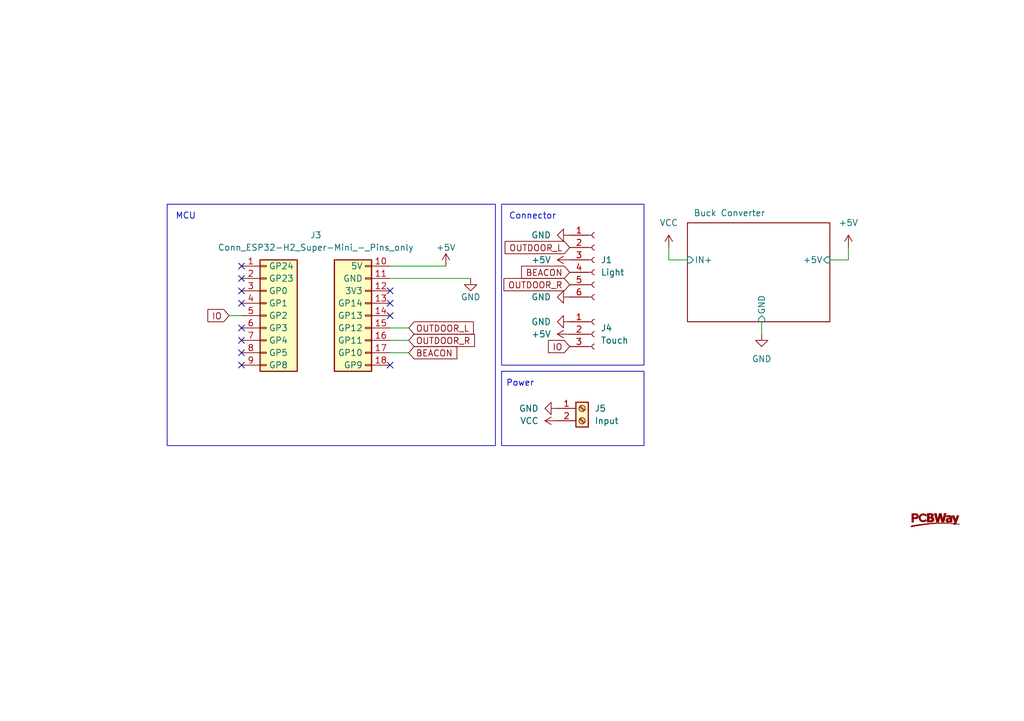
<source format=kicad_sch>
(kicad_sch (version 20250114) (generator "eeschema") (generator_version "9.0")
  (paper "A5")
  (title_block (title "Mole Beacon") (date "05.10.2025") (rev "2.1") (company "Peter Siegmund") (comment 1 "kicad@mars3142.org") (comment 2 "https://wiki.mars3142.dev/project/maerklin/warnemuende/lighthouse/start"))
  (lib_symbols
    (symbol "Connector:Conn_01x03_Socket" (pin_names (offset 1.016) (hide yes))
      (property "Reference" "J" (at 0 5.08 0))
      (property "Value" "Conn_01x03_Socket" (at 0 -5.08 0))
      (symbol "Conn_01x03_Socket_1_1"
        (polyline (pts (xy -1.27 2.54) (xy -0.508 2.54)) (stroke (width 0.1524)))
        (polyline (pts (xy -1.27 0) (xy -0.508 0)) (stroke (width 0.1524)))
        (polyline (pts (xy -1.27 -2.54) (xy -0.508 -2.54)) (stroke (width 0.1524)))
        (arc (start 0 2.032) (mid -0.5058 2.54) (end 0 3.048) (stroke (width 0.1524)))
        (arc (start 0 -0.508) (mid -0.5058 0) (end 0 0.508) (stroke (width 0.1524)))
        (arc (start 0 -3.048) (mid -0.5058 -2.54) (end 0 -2.032) (stroke (width 0.1524)))
        (pin passive line (at -5.08 2.54 0) (length 3.81) (name "Pin_1") (number "1"))
        (pin passive line (at -5.08 0 0) (length 3.81) (name "Pin_2") (number "2"))
        (pin passive line (at -5.08 -2.54 0) (length 3.81) (name "Pin_3") (number "3"))
      )
    )
    (symbol "Connector:Conn_01x06_Socket" (pin_names (offset 1.016) (hide yes))
      (property "Reference" "J" (at 0 7.62 0))
      (property "Value" "Conn_01x06_Socket" (at 0 -10.16 0))
      (symbol "Conn_01x06_Socket_1_1"
        (polyline (pts (xy -1.27 5.08) (xy -0.508 5.08)) (stroke (width 0.1524)))
        (polyline (pts (xy -1.27 2.54) (xy -0.508 2.54)) (stroke (width 0.1524)))
        (polyline (pts (xy -1.27 0) (xy -0.508 0)) (stroke (width 0.1524)))
        (polyline (pts (xy -1.27 -2.54) (xy -0.508 -2.54)) (stroke (width 0.1524)))
        (polyline (pts (xy -1.27 -5.08) (xy -0.508 -5.08)) (stroke (width 0.1524)))
        (polyline (pts (xy -1.27 -7.62) (xy -0.508 -7.62)) (stroke (width 0.1524)))
        (arc (start 0 4.572) (mid -0.5058 5.08) (end 0 5.588) (stroke (width 0.1524)))
        (arc (start 0 2.032) (mid -0.5058 2.54) (end 0 3.048) (stroke (width 0.1524)))
        (arc (start 0 -0.508) (mid -0.5058 0) (end 0 0.508) (stroke (width 0.1524)))
        (arc (start 0 -3.048) (mid -0.5058 -2.54) (end 0 -2.032) (stroke (width 0.1524)))
        (arc (start 0 -5.588) (mid -0.5058 -5.08) (end 0 -4.572) (stroke (width 0.1524)))
        (arc (start 0 -8.128) (mid -0.5058 -7.62) (end 0 -7.112) (stroke (width 0.1524)))
        (pin passive line (at -5.08 5.08 0) (length 3.81) (name "Pin_1") (number "1"))
        (pin passive line (at -5.08 2.54 0) (length 3.81) (name "Pin_2") (number "2"))
        (pin passive line (at -5.08 0 0) (length 3.81) (name "Pin_3") (number "3"))
        (pin passive line (at -5.08 -2.54 0) (length 3.81) (name "Pin_4") (number "4"))
        (pin passive line (at -5.08 -5.08 0) (length 3.81) (name "Pin_5") (number "5"))
        (pin passive line (at -5.08 -7.62 0) (length 3.81) (name "Pin_6") (number "6"))
      )
    )
    (symbol "Connector:Screw_Terminal_01x02" (pin_names (offset 1.016) (hide yes))
      (property "Reference" "J" (at 0 2.54 0))
      (property "Value" "Screw_Terminal_01x02" (at 0 -5.08 0))
      (symbol "Screw_Terminal_01x02_1_1"
        (rectangle (start -1.27 1.27) (end 1.27 -3.81) (stroke (width 0.254)) (fill (type background)))
        (polyline (pts (xy -0.5334 0.3302) (xy 0.3302 -0.508)) (stroke (width 0.1524)))
        (polyline (pts (xy -0.5334 -2.2098) (xy 0.3302 -3.048)) (stroke (width 0.1524)))
        (polyline (pts (xy -0.3556 0.508) (xy 0.508 -0.3302)) (stroke (width 0.1524)))
        (polyline (pts (xy -0.3556 -2.032) (xy 0.508 -2.8702)) (stroke (width 0.1524)))
        (circle (center 0 0) (radius 0.635) (stroke (width 0.1524)))
        (circle (center 0 -2.54) (radius 0.635) (stroke (width 0.1524)))
        (pin passive line (at -5.08 0 0) (length 3.81) (name "Pin_1") (number "1"))
        (pin passive line (at -5.08 -2.54 0) (length 3.81) (name "Pin_2") (number "2"))
      )
    )
    (symbol "pcbway:LOGO" (pin_names (offset 1.016))
      (symbol "LOGO_0_0"
        (polyline (pts (xy -4.9134 -1.4708) (xy -4.9126 -1.4707) (xy -4.8189 -1.4495) (xy -4.6929 -1.4238) (xy -4.5386 -1.3944) (xy -4.3599 -1.3618) (xy -4.1609 -1.3267) (xy -3.9455 -1.2898) (xy -3.7176 -1.2516) (xy -3.4814 -1.2129) (xy -3.2407 -1.1744) (xy -2.9995 -1.1365) (xy -2.7618 -1.1001) (xy -2.5316 -1.0658) (xy -2.3129 -1.0341) (xy -2.1096 -1.0058) (xy -1.9257 -0.9816) (xy -1.8406 -0.9707) (xy -1.7364 -0.9574) (xy -1.6414 -0.9453) (xy -1.5633 -0.9355) (xy -1.3456 -0.9108) (xy -1.1003 -0.8857) (xy -0.8339 -0.8607) (xy -0.5527 -0.8364) (xy -0.2632 -0.8133) (xy 0.0281 -0.7919) (xy 0.3148 -0.7728) (xy 0.5903 -0.7564) (xy 0.8484 -0.7434) (xy 1.0295 -0.7365) (xy 1.237 -0.7311) (xy 1.459 -0.7275) (xy 1.6882 -0.7256) (xy 1.9173 -0.7254) (xy 2.139 -0.727) (xy 2.346 -0.7303) (xy 2.531 -0.7353) (xy 2.6867 -0.7421) (xy 2.8242 -0.7501) (xy 2.9888 -0.7606) (xy 3.1492 -0.7717) (xy 3.3014 -0.7831) (xy 3.4413 -0.7945) (xy 3.5649 -0.8054) (xy 3.668 -0.8156) (xy 3.7467 -0.8248) (xy 3.7969 -0.8325) (xy 3.8145 -0.8384) (xy 3.8143 -0.8409) (xy 3.8058 -0.871) (xy 3.7886 -0.916) (xy 3.7846 -0.9258) (xy 3.771 -0.9651) (xy 3.7687 -0.9842) (xy 3.7691 -0.9844) (xy 3.7919 -0.9862) (xy 3.8435 -0.9868) (xy 3.9167 -0.9863) (xy 4.0043 -0.9847) (xy 4.2339 -0.979) (xy 4.2463 -0.9225) (xy 4.2587 -0.866) (xy 4.3988 -0.8781) (xy 4.4006 -0.8783) (xy 4.5698 -0.8927) (xy 4.7063 -0.9038) (xy 4.8134 -0.9117) (xy 4.895 -0.9167) (xy 4.9545 -0.919) (xy 4.9956 -0.9186) (xy 5.0218 -0.9159) (xy 5.0369 -0.9109) (xy 5.0411 -0.9085) (xy 5.0489 -0.902) (xy 5.0468 -0.8961) (xy 5.0309 -0.89) (xy 4.9975 -0.8831) (xy 4.9428 -0.8748) (xy 4.8631 -0.8642) (xy 4.7545 -0.8507) (xy 4.6132 -0.8337) (xy 4.5312 -0.8238) (xy 4.4395 -0.8123) (xy 4.3662 -0.8027) (xy 4.3174 -0.7959) (xy 4.2991 -0.7925) (xy 4.2991 -0.7924) (xy 4.3052 -0.7734) (xy 4.3229 -0.7235) (xy 4.3509 -0.6462) (xy 4.3879 -0.5446) (xy 4.4329 -0.4222) (xy 4.4845 -0.2822) (xy 4.5415 -0.1282) (xy 4.6028 0.0367) (xy 4.9097 0.862) (xy 4.6983 0.8672) (xy 4.6201 0.8681) (xy 4.5478 0.8667) (xy 4.4966 0.8633) (xy 4.4741 0.858) (xy 4.4707 0.8511) (xy 4.4567 0.8138) (xy 4.4347 0.7493) (xy 4.4061 0.6628) (xy 4.3729 0.5593) (xy 4.3366 0.4442) (xy 4.3159 0.3788) (xy 4.2814 0.2728) (xy 4.2508 0.1831) (xy 4.2257 0.1145) (xy 4.208 0.0716) (xy 4.1992 0.059) (xy 4.1955 0.0663) (xy 4.1808 0.1038) (xy 4.1572 0.1683) (xy 4.1268 0.2546) (xy 4.0912 0.3576) (xy 4.0523 0.4723) (xy 3.9182 0.8712) (xy 3.6924 0.8712) (xy 3.4666 0.8712) (xy 3.5005 0.7841) (xy 3.508 0.7647) (xy 3.5295 0.7081) (xy 3.5611 0.6249) (xy 3.6009 0.5199) (xy 3.647 0.398) (xy 3.6977 0.264) (xy 3.751 0.1226) (xy 3.9676 -0.4517) (xy 3.9338 -0.5468) (xy 3.9211 -0.5816) (xy 3.8967 -0.6472) (xy 3.877 -0.6975) (xy 3.854 -0.7531) (xy 3.628 -0.7302) (xy 3.4379 -0.7118) (xy 2.7081 -0.6577) (xy 1.9525 -0.6269) (xy 1.1731 -0.6191) (xy 0.3719 -0.6344) (xy -0.449 -0.6725) (xy -1.2878 -0.7334) (xy -2.1424 -0.817) (xy -3.0108 -0.9231) (xy -3.891 -1.0516) (xy -4.7811 -1.2025) (xy -4.8948 -1.2231) (xy -4.9162 -1.3263) (xy -4.9257 -1.3701) (xy -4.9386 -1.424) (xy -4.9477 -1.4556) (xy -4.9489 -1.4591) (xy -4.9449 -1.4741) (xy -4.9134 -1.4708)) (stroke (width 0.01)) (fill (type outline)))
        (polyline (pts (xy -4.4015 -0.1587) (xy -4.4015 0.1685) (xy -4.1218 0.1801) (xy -4.0185 0.1852) (xy -3.8966 0.1948) (xy -3.8007 0.2088) (xy -3.7242 0.229) (xy -3.661 0.2572) (xy -3.6047 0.2953) (xy -3.5488 0.3451) (xy -3.4926 0.4076) (xy -3.4351 0.5046) (xy -3.4029 0.6167) (xy -3.3928 0.752) (xy -3.3973 0.8282) (xy -3.4295 0.9614) (xy -3.4906 1.0768) (xy -3.5783 1.1706) (xy -3.6901 1.2387) (xy -3.7066 1.2458) (xy -3.7363 1.2571) (xy -3.7677 1.2658) (xy -3.806 1.2721) (xy -3.8559 1.2765) (xy -3.9227 1.2794) (xy -4.0111 1.2811) (xy -4.1263 1.282) (xy -4.2731 1.2826) (xy -4.7591 1.2838) (xy -4.7621 0.7332) (xy -4.4015 0.7332) (xy -4.4015 0.984) (xy -4.1542 0.978) (xy -3.9068 0.972) (xy -3.841 0.9062) (xy -3.7879 0.8322) (xy -3.7655 0.7493) (xy -3.7753 0.6671) (xy -3.8164 0.5925) (xy -3.888 0.5325) (xy -3.9112 0.5206) (xy -3.9504 0.5074) (xy -4.0024 0.4985) (xy -4.0753 0.4927) (xy -4.1768 0.4887) (xy -4.4015 0.4823) (xy -4.4015 0.7332) (xy -4.7621 0.7332) (xy -4.7639 0.3989) (xy -4.7686 -0.4859) (xy -4.5851 -0.4859) (xy -4.4015 -0.4859) (xy -4.4015 -0.1587)) (stroke (width 0.01)) (fill (type outline)))
        (polyline (pts (xy -2.2997 -0.4376) (xy -2.145 -0.4058) (xy -2.0093 -0.3536) (xy -1.9936 -0.3451) (xy -1.9404 -0.3123) (xy -1.881 -0.2711) (xy -1.8226 -0.2273) (xy -1.7727 -0.1865) (xy -1.7388 -0.1545) (xy -1.728 -0.1369) (xy -1.7291 -0.135) (xy -1.7474 -0.1118) (xy -1.7829 -0.0707) (xy -1.8293 -0.0194) (xy -1.9254 0.0852) (xy -2.031 0.0037) (xy -2.0456 -0.0075) (xy -2.1453 -0.0738) (xy -2.2391 -0.1143) (xy -2.3399 -0.1333) (xy -2.4607 -0.1348) (xy -2.5469 -0.1275) (xy -2.6582 -0.1012) (xy -2.7542 -0.0527) (xy -2.8461 0.0226) (xy -2.8681 0.0454) (xy -2.9387 0.1496) (xy -2.9831 0.2709) (xy -3.0002 0.4011) (xy -2.9885 0.532) (xy -2.9467 0.6553) (xy -2.9257 0.6949) (xy -2.8431 0.8056) (xy -2.7393 0.8863) (xy -2.614 0.9375) (xy -2.4667 0.9593) (xy -2.4009 0.96) (xy -2.2641 0.9418) (xy -2.1394 0.8938) (xy -2.0174 0.8127) (xy -1.923 0.7375) (xy -1.8235 0.8358) (xy -1.8148 0.8445) (xy -1.7687 0.8936) (xy -1.7362 0.9334) (xy -1.7239 0.9561) (xy -1.7368 0.9774) (xy -1.7714 1.0132) (xy -1.8202 1.0555) (xy -1.8224 1.0573) (xy -1.9755 1.1583) (xy -2.1393 1.2278) (xy -2.3093 1.266) (xy -2.481 1.2731) (xy -2.6498 1.2493) (xy -2.8112 1.1949) (xy -2.9606 1.11) (xy -3.0935 0.9949) (xy -3.1044 0.9832) (xy -3.1893 0.8775) (xy -3.249 0.7677) (xy -3.292 0.6386) (xy -3.2988 0.6111) (xy -3.3213 0.4372) (xy -3.3104 0.2682) (xy -3.2684 0.1081) (xy -3.1975 -0.0393) (xy -3.1001 -0.17) (xy -2.9783 -0.2802) (xy -2.8346 -0.3659) (xy -2.6712 -0.4232) (xy -2.6169 -0.4343) (xy -2.461 -0.4475) (xy -2.2997 -0.4376)) (stroke (width 0.01)) (fill (type outline)))
        (polyline (pts (xy -1.1233 -0.4824) (xy -0.6144 -0.4768) (xy -0.5044 -0.4253) (xy -0.4147 -0.3761) (xy -0.3096 -0.2901) (xy -0.2368 -0.1887) (xy -0.2186 -0.1342) (xy -0.2057 -0.0498) (xy -0.2012 0.0482) (xy -0.2056 0.1482) (xy -0.2194 0.2385) (xy -0.2196 0.2395) (xy -0.2514 0.3086) (xy -0.3088 0.3766) (xy -0.382 0.4337) (xy -0.4608 0.4706) (xy -0.4769 0.4757) (xy -0.5159 0.4912) (xy -0.5312 0.5027) (xy -0.5303 0.505) (xy -0.5102 0.5238) (xy -0.4723 0.5502) (xy -0.4354 0.5773) (xy -0.3655 0.6584) (xy -0.3198 0.758) (xy -0.2999 0.8684) (xy -0.3078 0.9819) (xy -0.3454 1.0904) (xy -0.3828 1.1433) (xy -0.4566 1.2066) (xy -0.5495 1.2577) (xy -0.6517 1.29) (xy -0.6547 1.2905) (xy -0.7121 1.2974) (xy -0.8003 1.3032) (xy -0.9138 1.3076) (xy -1.0472 1.3103) (xy -1.1952 1.3113) (xy -1.6322 1.3113) (xy -1.6322 0.7886) (xy -1.1738 0.7886) (xy -1.1738 0.9812) (xy -1.0481 0.9812) (xy -0.9444 0.9758) (xy -0.8595 0.9557) (xy -0.8033 0.919) (xy -0.7728 0.8635) (xy -0.7649 0.7872) (xy -0.7798 0.7121) (xy -0.8234 0.6516) (xy -0.8939 0.6154) (xy -0.9248 0.6087) (xy -0.9951 0.5997) (xy -1.0683 0.5962) (xy -1.1738 0.5961) (xy -1.1738 0.7886) (xy -1.6322 0.7886) (xy -1.6322 0.4116) (xy -1.6322 0.0642) (xy -1.1738 0.0642) (xy -1.1738 0.2843) (xy -0.999 0.2843) (xy -0.8935 0.2814) (xy -0.8043 0.2699) (xy -0.7406 0.2477) (xy -0.6969 0.2129) (xy -0.6676 0.1634) (xy -0.6614 0.1473) (xy -0.6473 0.0584) (xy -0.6665 -0.0226) (xy -0.7164 -0.0896) (xy -0.7944 -0.1363) (xy -0.8055 -0.1396) (xy -0.8572 -0.1479) (xy -0.9294 -0.1537) (xy -1.0099 -0.1558) (xy -1.1738 -0.1558) (xy -1.1738 0.0642) (xy -1.6322 0.0642) (xy -1.6322 -0.4881) (xy -1.1233 -0.4824)) (stroke (width 0.01)) (fill (type outline)))
        (polyline (pts (xy 0.9153 0.0572) (xy 0.9251 0.0964) (xy 0.9604 0.2344) (xy 0.9922 0.3536) (xy 1.0194 0.4507) (xy 1.0411 0.5223) (xy 1.0564 0.565) (xy 1.0642 0.5753) (xy 1.0653 0.5727) (xy 1.0753 0.5412) (xy 1.0927 0.4801) (xy 1.1164 0.3939) (xy 1.145 0.2874) (xy 1.1774 0.1652) (xy 1.2121 0.0321) (xy 1.3464 -0.4859) (xy 1.5993 -0.4859) (xy 1.6293 -0.4859) (xy 1.7169 -0.4854) (xy 1.7877 -0.4844) (xy 1.8351 -0.483) (xy 1.8524 -0.4814) (xy 1.8527 -0.4802) (xy 1.8591 -0.4541) (xy 1.8735 -0.3967) (xy 1.895 -0.3114) (xy 1.9228 -0.2014) (xy 1.956 -0.0701) (xy 1.9938 0.079) (xy 2.0353 0.2426) (xy 2.0797 0.4173) (xy 2.3067 1.3113) (xy 2.0743 1.3113) (xy 1.8419 1.3113) (xy 1.7888 1.0591) (xy 1.7741 0.9897) (xy 1.748 0.8675) (xy 1.7185 0.7302) (xy 1.6881 0.5898) (xy 1.6595 0.4587) (xy 1.5832 0.1105) (xy 1.5069 0.4312) (xy 1.4943 0.4842) (xy 1.4612 0.6236) (xy 1.4262 0.7712) (xy 1.3928 0.9122) (xy 1.3644 1.0322) (xy 1.2981 1.3124) (xy 1.0683 1.3073) (xy 0.8385 1.3021) (xy 0.8152 1.2104) (xy 0.8049 1.1696) (xy 0.7869 1.0983) (xy 0.7628 1.0027) (xy 0.734 0.8886) (xy 0.7021 0.7617) (xy 0.6684 0.6278) (xy 0.6647 0.6131) (xy 0.6325 0.4867) (xy 0.6032 0.3735) (xy 0.578 0.2782) (xy 0.5579 0.205) (xy 0.5444 0.1585) (xy 0.5384 0.1432) (xy 0.5348 0.1554) (xy 0.5245 0.1994) (xy 0.5089 0.2704) (xy 0.4889 0.3638) (xy 0.4657 0.4744) (xy 0.4403 0.5975) (xy 0.4238 0.6777) (xy 0.3969 0.8082) (xy 0.3716 0.9304) (xy 0.3493 1.0375) (xy 0.3315 1.1224) (xy 0.3196 1.1784) (xy 0.2909 1.3113) (xy 0.0525 1.3113) (xy -0.0203 1.3111) (xy -0.0949 1.3099) (xy -0.1422 1.3069) (xy -0.1679 1.3013) (xy -0.1774 1.2923) (xy -0.1762 1.2792) (xy -0.1743 1.2727) (xy -0.1641 1.2338) (xy -0.1466 1.166) (xy -0.1229 1.0737) (xy -0.0944 0.9617) (xy -0.062 0.8346) (xy -0.0272 0.6969) (xy 0.0101 0.5501) (xy 0.0593 0.3563) (xy 0.1053 0.1756) (xy 0.1472 0.0112) (xy 0.1844 -0.1336) (xy 0.2159 -0.2558) (xy 0.2408 -0.352) (xy 0.2585 -0.4191) (xy 0.268 -0.4538) (xy 0.2719 -0.4627) (xy 0.2849 -0.4729) (xy 0.3112 -0.4797) (xy 0.3567 -0.4836) (xy 0.4273 -0.4855) (xy 0.5288 -0.4859) (xy 0.78 -0.4859) (xy 0.9153 0.0572)) (stroke (width 0.01)) (fill (type outline)))
        (polyline (pts (xy 2.7284 -0.5176) (xy 2.8095 -0.5036) (xy 2.8434 -0.4913) (xy 2.9068 -0.4604) (xy 2.97 -0.4224) (xy 3.0626 -0.36) (xy 3.0626 -0.423) (xy 3.0626 -0.4859) (xy 3.2735 -0.4859) (xy 3.4844 -0.4859) (xy 3.4844 0.0373) (xy 3.4844 0.1188) (xy 3.4837 0.2684) (xy 3.4817 0.3878) (xy 3.4776 0.4816) (xy 3.4708 0.5543) (xy 3.4604 0.6102) (xy 3.4459 0.654) (xy 3.4264 0.69) (xy 3.4013 0.7227) (xy 3.3698 0.7566) (xy 3.3417 0.7811) (xy 3.2784 0.8224) (xy 3.2103 0.8552) (xy 3.1456 0.8742) (xy 3.0351 0.8928) (xy 2.9059 0.9034) (xy 2.7679 0.9054) (xy 2.6311 0.8987) (xy 2.5053 0.8827) (xy 2.4693 0.8762) (xy 2.403 0.8636) (xy 2.3561 0.8538) (xy 2.3369 0.8484) (xy 2.3351 0.8353) (xy 2.3327 0.794) (xy 2.3305 0.7347) (xy 2.3286 0.6673) (xy 2.3273 0.6022) (xy 2.327 0.5494) (xy 2.3278 0.5192) (xy 2.3289 0.5181) (xy 2.352 0.5205) (xy 2.3992 0.5332) (xy 2.462 0.5541) (xy 2.5151 0.5713) (xy 2.6377 0.5981) (xy 2.7546 0.6071) (xy 2.8601 0.599) (xy 2.9488 0.5746) (xy 3.0148 0.5345) (xy 3.0527 0.4794) (xy 3.0566 0.4676) (xy 3.0605 0.4386) (xy 3.0486 0.4187) (xy 3.0155 0.4051) (xy 2.9561 0.3956) (xy 2.8652 0.3874) (xy 2.8371 0.3851) (xy 2.6604 0.3614) (xy 2.5157 0.3236) (xy 2.4013 0.2706) (xy 2.315 0.2013) (xy 2.2548 0.1144) (xy 2.2189 0.0089) (xy 2.2129 -0.0619) (xy 2.6408 -0.0619) (xy 2.6423 -0.039) (xy 2.6685 0.0286) (xy 2.7271 0.0802) (xy 2.8177 0.1154) (xy 2.9395 0.1337) (xy 3.0643 0.1426) (xy 3.0589 -0.0001) (xy 3.0579 -0.0227) (xy 3.0535 -0.0885) (xy 3.0453 -0.1298) (xy 3.0306 -0.1563) (xy 3.0065 -0.1778) (xy 2.9902 -0.1877) (xy 2.9312 -0.2091) (xy 2.8598 -0.2216) (xy 2.8537 -0.2221) (xy 2.7598 -0.2185) (xy 2.6934 -0.1909) (xy 2.6539 -0.1388) (xy 2.6408 -0.0619) (xy 2.2129 -0.0619) (xy 2.2081 -0.1187) (xy 2.229 -0.2381) (xy 2.2793 -0.3439) (xy 2.3562 -0.4308) (xy 2.4574 -0.4934) (xy 2.4696 -0.4981) (xy 2.5435 -0.5144) (xy 2.6348 -0.521) (xy 2.7284 -0.5176)) (stroke (width 0.01)) (fill (type outline)))
      )
    )
    (symbol "power:+5V" (power) (pin_numbers (hide yes)) (pin_names (offset 0) (hide yes))
      (property "Value" "+5V" (at 0 3.556 0))
      (symbol "+5V_0_1"
        (polyline (pts (xy -0.762 1.27) (xy 0 2.54)))
        (polyline (pts (xy 0 2.54) (xy 0.762 1.27)))
        (polyline (pts (xy 0 0) (xy 0 2.54)))
      )
      (symbol "+5V_1_1"
        (pin power_in line (at 0 0 90) (length 0) (name "~") (number "1"))
      )
    )
    (symbol "power:GND" (power) (pin_numbers (hide yes)) (pin_names (offset 0) (hide yes))
      (property "Value" "GND" (at 0 -3.81 0))
      (symbol "GND_0_1"
        (polyline (pts (xy 0 0) (xy 0 -1.27) (xy 1.27 -1.27) (xy 0 -2.54) (xy -1.27 -1.27) (xy 0 -1.27)))
      )
      (symbol "GND_1_1"
        (pin power_in line (at 0 0 270) (length 0) (name "~") (number "1"))
      )
    )
    (symbol "power:VCC" (power) (pin_numbers (hide yes)) (pin_names (offset 0) (hide yes))
      (property "Value" "VCC" (at 0 3.556 0))
      (symbol "VCC_0_1"
        (polyline (pts (xy -0.762 1.27) (xy 0 2.54)))
        (polyline (pts (xy 0 2.54) (xy 0.762 1.27)))
        (polyline (pts (xy 0 0) (xy 0 2.54)))
      )
      (symbol "VCC_1_1"
        (pin power_in line (at 0 0 90) (length 0) (name "~") (number "1"))
      )
    )
    (symbol "wemos:Conn_ESP32-H2_Super-Mini_-_Pins_only" (pin_names (offset 1.778))
      (property "Reference" "J" (at 0 10.668 0))
      (property "Value" "Conn_ESP32-H2_Super-Mini_-_Pins_only" (at 0.762 -15.494 0))
      (symbol "Conn_ESP32-H2_Super-Mini_-_Pins_only_1_1"
        (rectangle (start -11.43 8.89) (end -3.81 -13.97) (stroke (width 0.254)) (fill (type background)))
        (rectangle (start -11.43 7.747) (end -10.16 7.493) (stroke (width 0.1524)))
        (rectangle (start -11.43 5.207) (end -10.16 4.953) (stroke (width 0.1524)))
        (rectangle (start -11.43 2.667) (end -10.16 2.413) (stroke (width 0.1524)))
        (rectangle (start -11.43 0.127) (end -10.16 -0.127) (stroke (width 0.1524)))
        (rectangle (start -11.43 -2.413) (end -10.16 -2.667) (stroke (width 0.1524)))
        (rectangle (start -11.43 -4.953) (end -10.16 -5.207) (stroke (width 0.1524)))
        (rectangle (start -11.43 -7.493) (end -10.16 -7.747) (stroke (width 0.1524)))
        (rectangle (start -11.43 -10.033) (end -10.16 -10.287) (stroke (width 0.1524)))
        (rectangle (start -11.43 -12.573) (end -10.16 -12.827) (stroke (width 0.1524)))
        (rectangle (start 3.81 8.89) (end 11.43 -13.97) (stroke (width 0.254)) (fill (type background)))
        (rectangle (start 10.16 -10.033) (end 11.43 -10.287) (stroke (width 0.1524)))
        (rectangle (start 10.16 -12.573) (end 11.43 -12.827) (stroke (width 0.1524)))
        (rectangle (start 11.43 7.747) (end 10.16 7.493) (stroke (width 0.1524)))
        (rectangle (start 11.43 5.207) (end 10.16 4.953) (stroke (width 0.1524)))
        (rectangle (start 11.43 2.667) (end 10.16 2.413) (stroke (width 0.1524)))
        (rectangle (start 11.43 0.127) (end 10.16 -0.127) (stroke (width 0.1524)))
        (rectangle (start 11.43 -2.413) (end 10.16 -2.667) (stroke (width 0.1524)))
        (rectangle (start 11.43 -4.953) (end 10.16 -5.207) (stroke (width 0.1524)))
        (rectangle (start 11.43 -7.493) (end 10.16 -7.747) (stroke (width 0.1524)))
        (pin passive line (at -15.24 7.62 0) (length 3.81) (name "GP24") (number "1"))
        (pin passive line (at -15.24 5.08 0) (length 3.81) (name "GP23") (number "2"))
        (pin passive line (at -15.24 2.54 0) (length 3.81) (name "GP0") (number "3"))
        (pin passive line (at -15.24 0 0) (length 3.81) (name "GP1") (number "4"))
        (pin passive line (at -15.24 -2.54 0) (length 3.81) (name "GP2") (number "5"))
        (pin passive line (at -15.24 -5.08 0) (length 3.81) (name "GP3") (number "6"))
        (pin passive line (at -15.24 -7.62 0) (length 3.81) (name "GP4") (number "7"))
        (pin passive line (at -15.24 -10.16 0) (length 3.81) (name "GP5") (number "8"))
        (pin passive line (at -15.24 -12.7 0) (length 3.81) (name "GP8") (number "9"))
        (pin passive line (at 15.24 7.62 180) (length 3.81) (name "5V") (number "10"))
        (pin passive line (at 15.24 5.08 180) (length 3.81) (name "GND") (number "11"))
        (pin passive line (at 15.24 2.54 180) (length 3.81) (name "3V3") (number "12"))
        (pin passive line (at 15.24 0 180) (length 3.81) (name "GP14") (number "13"))
        (pin passive line (at 15.24 -2.54 180) (length 3.81) (name "GP13") (number "14"))
        (pin passive line (at 15.24 -5.08 180) (length 3.81) (name "GP12") (number "15"))
        (pin passive line (at 15.24 -7.62 180) (length 3.81) (name "GP11") (number "16"))
        (pin passive line (at 15.24 -10.16 180) (length 3.81) (name "GP10") (number "17"))
        (pin passive line (at 15.24 -12.7 180) (length 3.81) (name "GP9") (number "18"))
      )
    )
  )
  (rectangle (start 102.87 76.2) (end 132.08 91.44))
  (rectangle (start 102.87 41.91) (end 132.08 74.93))
  (rectangle (start 34.29 41.91) (end 101.6 91.44))
  (text "Connector" (at 109.22 44.45 0) (effects (font (size 1.27 1.27))))
  (text "Power" (at 106.68 78.74 0) (effects (font (size 1.27 1.27))))
  (text "MCU" (at 38.1 44.45 0) (effects (font (size 1.27 1.27))))
  (no_connect (at 80.01 59.69))
  (no_connect (at 80.01 74.93))
  (no_connect (at 49.53 74.93))
  (no_connect (at 49.53 62.23))
  (no_connect (at 80.01 62.23))
  (no_connect (at 49.53 59.69))
  (no_connect (at 49.53 57.15))
  (no_connect (at 49.53 67.31))
  (no_connect (at 49.53 54.61))
  (no_connect (at 49.53 69.85))
  (no_connect (at 80.01 64.77))
  (no_connect (at 49.53 72.39))
  (wire (pts (xy 80.01 54.61) (xy 91.44 54.61)))
  (wire (pts (xy 156.21 68.58) (xy 156.21 66.04)))
  (wire (pts (xy 46.99 64.77) (xy 49.53 64.77)))
  (wire (pts (xy 137.16 50.8) (xy 137.16 53.34)))
  (wire (pts (xy 170.18 53.34) (xy 173.99 53.34)))
  (wire (pts (xy 80.01 57.15) (xy 96.52 57.15)))
  (wire (pts (xy 83.82 72.39) (xy 80.01 72.39)))
  (wire (pts (xy 83.82 67.31) (xy 80.01 67.31)))
  (wire (pts (xy 83.82 69.85) (xy 80.01 69.85)))
  (wire (pts (xy 173.99 50.8) (xy 173.99 53.34)))
  (wire (pts (xy 140.97 53.34) (xy 137.16 53.34)))
  (global_label "OUTDOOR_L" (shape input) (at 83.82 67.31 0) (property "Intersheetrefs" "${INTERSHEET_REFS}" (effects (hide yes))))
  (global_label "BEACON" (shape input) (at 83.82 72.39 0) (property "Intersheetrefs" "${INTERSHEET_REFS}" (effects (hide yes))))
  (global_label "IO" (shape input) (at 116.84 71.12 180) (property "Intersheetrefs" "${INTERSHEET_REFS}" (effects (hide yes))))
  (global_label "IO" (shape input) (at 46.99 64.77 180) (property "Intersheetrefs" "${INTERSHEET_REFS}" (effects (hide yes))))
  (global_label "BEACON" (shape input) (at 116.84 55.88 180) (property "Intersheetrefs" "${INTERSHEET_REFS}" (effects (hide yes))))
  (global_label "OUTDOOR_R" (shape input) (at 83.82 69.85 0) (property "Intersheetrefs" "${INTERSHEET_REFS}" (effects (hide yes))))
  (global_label "OUTDOOR_R" (shape input) (at 116.84 58.42 180) (property "Intersheetrefs" "${INTERSHEET_REFS}" (effects (hide yes))))
  (global_label "OUTDOOR_L" (shape input) (at 116.84 50.8 180) (property "Intersheetrefs" "${INTERSHEET_REFS}" (effects (hide yes))))
  (symbol (lib_id "power:GND") (at 96.52 57.15 0) (unit 1)
    (property "Reference" "#PWR06" (effects (hide yes)))
    (property "Value" "GND" (at 96.52 60.96 0))
    (property "Description" "Power symbol creates a global label with name \"GND\" , ground" (effects (hide yes)))
  )
  (symbol (lib_id "Connector:Conn_01x06_Socket") (at 121.92 53.34 0) (unit 1)
    (property "Reference" "J1" (at 123.19 53.3399 0) (effects (justify left)))
    (property "Value" "Light" (at 123.19 55.8799 0) (effects (justify left)))
    (property "Footprint" "Connector_JST:JST_PH_S6B-PH-K_1x06_P2.00mm_Horizontal" (effects (hide yes)))
    (property "Description" "Generic connector, single row, 01x06, script generated" (effects (hide yes)))
  )
  (symbol (lib_id "power:+5V") (at 116.84 53.34 90) (unit 1)
    (property "Reference" "#PWR02" (effects (hide yes)))
    (property "Value" "+5V" (at 113.03 53.3399 90) (effects (justify left)))
    (property "Description" "Power symbol creates a global label with name \"+5V\"" (effects (hide yes)))
  )
  (symbol (lib_id "Connector:Screw_Terminal_01x02") (at 119.38 83.82 0) (unit 1)
    (property "Reference" "J5" (at 121.92 83.8199 0) (effects (justify left)))
    (property "Value" "Input" (at 121.92 86.3599 0) (effects (justify left)))
    (property "Footprint" "TerminalBlock_Phoenix:TerminalBlock_Phoenix_MKDS-1,5-2_1x02_P5.00mm_Horizontal" (effects (hide yes)))
    (property "Description" "Generic screw terminal, single row, 01x02, script generated (kicad-library-utils/schlib/autogen/connector/)" (effects (hide yes)))
  )
  (symbol (lib_id "power:GND") (at 116.84 66.04 270) (unit 1)
    (property "Reference" "#PWR08" (effects (hide yes)))
    (property "Value" "GND" (at 113.03 66.0399 90) (effects (justify right)))
    (property "Description" "Power symbol creates a global label with name \"GND\" , ground" (effects (hide yes)))
  )
  (symbol (lib_id "power:+5V") (at 91.44 54.61 0) (unit 1)
    (property "Reference" "#PWR05" (effects (hide yes)))
    (property "Value" "+5V" (at 91.44 50.8 0))
    (property "Description" "Power symbol creates a global label with name \"+5V\"" (effects (hide yes)))
  )
  (symbol (lib_id "power:+5V") (at 116.84 68.58 90) (unit 1)
    (property "Reference" "#PWR011" (effects (hide yes)))
    (property "Value" "+5V" (at 113.03 68.5799 90) (effects (justify left)))
    (property "Description" "Power symbol creates a global label with name \"+5V\"" (effects (hide yes)))
  )
  (symbol (lib_id "power:+5V") (at 114.3 86.36 90) (unit 1)
    (property "Reference" "#PWR013" (effects (hide yes)))
    (property "Value" "VCC" (at 110.49 86.36 90) (effects (justify left)))
    (property "Description" "Power symbol creates a global label with name \"+5V\"" (effects (hide yes)))
  )
  (symbol (lib_id "power:+5V") (at 173.99 50.8 0) (unit 1)
    (property "Reference" "#PWR014" (effects (hide yes)))
    (property "Value" "+5V" (at 173.99 45.72 0))
    (property "Description" "Power symbol creates a global label with name \"+5V\"" (effects (hide yes)))
  )
  (symbol (lib_id "power:VCC") (at 137.16 50.8 0) (unit 1)
    (property "Reference" "#PWR015" (effects (hide yes)))
    (property "Value" "VCC" (at 137.16 45.72 0))
    (property "Description" "Power symbol creates a global label with name \"VCC\"" (effects (hide yes)))
  )
  (symbol (lib_id "power:GND") (at 114.3 83.82 270) (unit 1)
    (property "Reference" "#PWR012" (effects (hide yes)))
    (property "Value" "GND" (at 110.49 83.82 90) (effects (justify right)))
    (property "Description" "Power symbol creates a global label with name \"GND\" , ground" (effects (hide yes)))
  )
  (symbol (lib_id "pcbway:LOGO") (at 191.77 106.68 0) (unit 1)
    (property "Reference" "#G1" (effects (hide yes)))
    (property "Value" "LOGO" (effects (hide yes)))
  )
  (symbol (lib_id "wemos:Conn_ESP32-H2_Super-Mini_-_Pins_only") (at 64.77 62.23 0) (unit 1)
    (property "Reference" "J3" (at 64.77 48.26 0))
    (property "Value" "Conn_ESP32-H2_Super-Mini_-_Pins_only" (at 64.77 50.8 0))
    (property "Footprint" "wemos:PinSocket_H2 Super-Mini" (effects (hide yes)))
    (property "Description" "Connector for ESP32H2 Zero (Pins only)" (effects (hide yes)))
  )
  (symbol (lib_id "Connector:Conn_01x03_Socket") (at 121.92 68.58 0) (unit 1)
    (property "Reference" "J4" (at 123.19 67.3099 0) (effects (justify left)))
    (property "Value" "Touch" (at 123.19 69.8499 0) (effects (justify left)))
    (property "Footprint" "Connector_PinSocket_2.54mm:PinSocket_1x03_P2.54mm_Vertical" (effects (hide yes)))
    (property "Description" "Generic connector, single row, 01x03, script generated" (effects (hide yes)))
  )
  (symbol (lib_id "power:GND") (at 156.21 68.58 0) (unit 1)
    (property "Reference" "#PWR016" (effects (hide yes)))
    (property "Value" "GND" (at 156.21 73.66 0))
    (property "Description" "Power symbol creates a global label with name \"GND\" , ground" (effects (hide yes)))
  )
  (symbol (lib_id "power:GND") (at 116.84 60.96 270) (unit 1)
    (property "Reference" "#PWR07" (effects (hide yes)))
    (property "Value" "GND" (at 113.03 60.9599 90) (effects (justify right)))
    (property "Description" "Power symbol creates a global label with name \"GND\" , ground" (effects (hide yes)))
  )
  (symbol (lib_id "power:GND") (at 116.84 48.26 270) (unit 1)
    (property "Reference" "#PWR01" (effects (hide yes)))
    (property "Value" "GND" (at 113.03 48.2599 90) (effects (justify right)))
    (property "Description" "Power symbol creates a global label with name \"GND\" , ground" (effects (hide yes)))
  )
  (sheet (at 140.97 45.72) (size 29.21 20.32) (stroke (width 0.1524))
    (property "Sheetname" "Buck Converter" (at 142.24 44.45 0) (effects (justify left bottom)))
    (property "Sheetfile" "buck_converter.kicad_sch" (effects (hide yes)))
    (pin "+5V" input (at 170.18 53.34 0))
    (pin "GND" input (at 156.21 66.04 270))
    (pin "IN+" input (at 140.97 53.34 180))
  )
)
</source>
